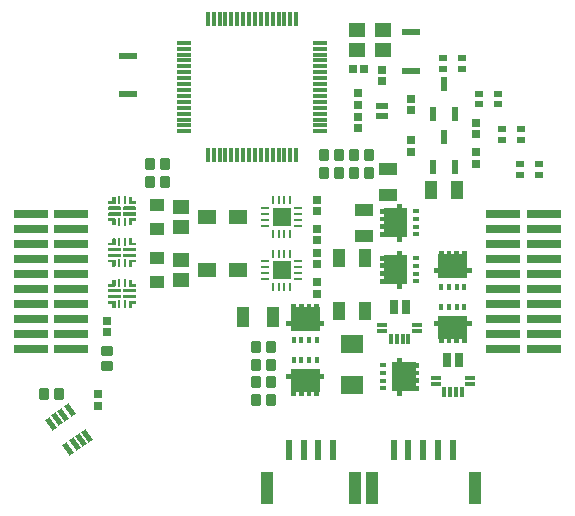
<source format=gtp>
G04*
G04 #@! TF.GenerationSoftware,Altium Limited,Altium Designer,24.4.1 (13)*
G04*
G04 Layer_Color=8421504*
%FSLAX44Y44*%
%MOMM*%
G71*
G04*
G04 #@! TF.SameCoordinates,740DF4E5-9B0E-41A3-91D6-8293D7FF8DF9*
G04*
G04*
G04 #@! TF.FilePolarity,Positive*
G04*
G01*
G75*
G04:AMPARAMS|DCode=16|XSize=1.55mm|YSize=1.55mm|CornerRadius=0.0465mm|HoleSize=0mm|Usage=FLASHONLY|Rotation=0.000|XOffset=0mm|YOffset=0mm|HoleType=Round|Shape=RoundedRectangle|*
%AMROUNDEDRECTD16*
21,1,1.5500,1.4570,0,0,0.0*
21,1,1.4570,1.5500,0,0,0.0*
1,1,0.0930,0.7285,-0.7285*
1,1,0.0930,-0.7285,-0.7285*
1,1,0.0930,-0.7285,0.7285*
1,1,0.0930,0.7285,0.7285*
%
%ADD16ROUNDEDRECTD16*%
%ADD17R,1.0000X2.7000*%
%ADD18R,0.6000X1.7000*%
G04:AMPARAMS|DCode=19|XSize=0.95mm|YSize=0.8mm|CornerRadius=0.1mm|HoleSize=0mm|Usage=FLASHONLY|Rotation=90.000|XOffset=0mm|YOffset=0mm|HoleType=Round|Shape=RoundedRectangle|*
%AMROUNDEDRECTD19*
21,1,0.9500,0.6000,0,0,90.0*
21,1,0.7500,0.8000,0,0,90.0*
1,1,0.2000,0.3000,0.3750*
1,1,0.2000,0.3000,-0.3750*
1,1,0.2000,-0.3000,-0.3750*
1,1,0.2000,-0.3000,0.3750*
%
%ADD19ROUNDEDRECTD19*%
%ADD20R,2.9200X0.7400*%
%ADD21R,0.3000X0.8500*%
%ADD22R,0.8500X0.3000*%
%ADD23R,1.1938X0.3048*%
%ADD24R,0.3048X1.1938*%
%ADD25R,0.7154X0.6725*%
%ADD26R,0.6725X0.7154*%
%ADD27R,1.1400X0.5750*%
%ADD28R,1.4000X1.2000*%
%ADD29R,0.6000X1.2000*%
%ADD30R,0.8000X0.5000*%
G04:AMPARAMS|DCode=31|XSize=0.6mm|YSize=0.25mm|CornerRadius=0.05mm|HoleSize=0mm|Usage=FLASHONLY|Rotation=270.000|XOffset=0mm|YOffset=0mm|HoleType=Round|Shape=RoundedRectangle|*
%AMROUNDEDRECTD31*
21,1,0.6000,0.1500,0,0,270.0*
21,1,0.5000,0.2500,0,0,270.0*
1,1,0.1000,-0.0750,-0.2500*
1,1,0.1000,-0.0750,0.2500*
1,1,0.1000,0.0750,0.2500*
1,1,0.1000,0.0750,-0.2500*
%
%ADD31ROUNDEDRECTD31*%
%ADD32R,1.2500X1.0000*%
%ADD33R,1.4562X1.2546*%
%ADD34R,0.3500X0.5000*%
%ADD35R,0.5000X0.3500*%
%ADD36R,1.5000X1.0000*%
%ADD37R,1.0000X1.5000*%
G04:AMPARAMS|DCode=38|XSize=1.1mm|YSize=0.45mm|CornerRadius=0mm|HoleSize=0mm|Usage=FLASHONLY|Rotation=125.000|XOffset=0mm|YOffset=0mm|HoleType=Round|Shape=Rectangle|*
%AMROTATEDRECTD38*
4,1,4,0.4998,-0.3215,0.1312,-0.5796,-0.4998,0.3215,-0.1312,0.5796,0.4998,-0.3215,0.0*
%
%ADD38ROTATEDRECTD38*%

G04:AMPARAMS|DCode=39|XSize=0.25mm|YSize=0.6mm|CornerRadius=0.05mm|HoleSize=0mm|Usage=FLASHONLY|Rotation=90.000|XOffset=0mm|YOffset=0mm|HoleType=Round|Shape=RoundedRectangle|*
%AMROUNDEDRECTD39*
21,1,0.2500,0.5000,0,0,90.0*
21,1,0.1500,0.6000,0,0,90.0*
1,1,0.1000,0.2500,0.0750*
1,1,0.1000,0.2500,-0.0750*
1,1,0.1000,-0.2500,-0.0750*
1,1,0.1000,-0.2500,0.0750*
%
%ADD39ROUNDEDRECTD39*%
G04:AMPARAMS|DCode=40|XSize=0.25mm|YSize=0.6mm|CornerRadius=0.05mm|HoleSize=0mm|Usage=FLASHONLY|Rotation=0.000|XOffset=0mm|YOffset=0mm|HoleType=Round|Shape=RoundedRectangle|*
%AMROUNDEDRECTD40*
21,1,0.2500,0.5000,0,0,0.0*
21,1,0.1500,0.6000,0,0,0.0*
1,1,0.1000,0.0750,-0.2500*
1,1,0.1000,-0.0750,-0.2500*
1,1,0.1000,-0.0750,0.2500*
1,1,0.1000,0.0750,0.2500*
%
%ADD40ROUNDEDRECTD40*%
%ADD41R,1.5000X1.2000*%
%ADD42R,1.9300X1.6500*%
G04:AMPARAMS|DCode=43|XSize=0.95mm|YSize=0.8mm|CornerRadius=0.1mm|HoleSize=0mm|Usage=FLASHONLY|Rotation=0.000|XOffset=0mm|YOffset=0mm|HoleType=Round|Shape=RoundedRectangle|*
%AMROUNDEDRECTD43*
21,1,0.9500,0.6000,0,0,0.0*
21,1,0.7500,0.8000,0,0,0.0*
1,1,0.2000,0.3750,-0.3000*
1,1,0.2000,-0.3750,-0.3000*
1,1,0.2000,-0.3750,0.3000*
1,1,0.2000,0.3750,0.3000*
%
%ADD43ROUNDEDRECTD43*%
%ADD44R,1.5000X0.5500*%
%ADD45R,1.0000X1.8000*%
%ADD46R,0.8000X1.3000*%
%ADD47R,0.8000X1.3000*%
%ADD48R,0.8000X1.3000*%
%ADD49R,0.8000X1.3000*%
G36*
X-132250Y72000D02*
X-132150Y72000D01*
X-131967Y71924D01*
X-131826Y71783D01*
X-131750Y71599D01*
X-131750Y71500D01*
X-131750Y71500D01*
Y68250D01*
X-128500Y68250D01*
X-128401D01*
X-128217Y68174D01*
X-128076Y68033D01*
X-128000Y67849D01*
Y67750D01*
X-128000D01*
X-128000Y66500D01*
X-128000Y66401D01*
X-128076Y66217D01*
X-128217Y66076D01*
X-128401Y66000D01*
X-128500Y66000D01*
X-128500D01*
X-134000Y66000D01*
X-134100Y66000D01*
X-134283Y66076D01*
X-134424Y66217D01*
X-134500Y66400D01*
X-134500Y66500D01*
X-134500Y66500D01*
Y71500D01*
X-134500Y71599D01*
X-134424Y71783D01*
X-134283Y71924D01*
X-134100Y72000D01*
X-134000Y72000D01*
Y72000D01*
X-132250Y72000D01*
D02*
G37*
G36*
X-145717Y71924D02*
X-145576Y71783D01*
X-145500Y71599D01*
X-145500Y71500D01*
X-145500Y66500D01*
X-145500Y66500D01*
X-145500Y66400D01*
X-145576Y66217D01*
X-145717Y66076D01*
X-145900Y66000D01*
X-146000Y66000D01*
X-151500D01*
X-151600Y66000D01*
X-151783Y66076D01*
X-151924Y66217D01*
X-152000Y66401D01*
X-152000Y66500D01*
Y67750D01*
X-152000Y67750D01*
Y67849D01*
X-151924Y68033D01*
X-151783Y68174D01*
X-151600Y68250D01*
X-151500D01*
X-148250Y68250D01*
Y71500D01*
X-148250Y71599D01*
X-148174Y71783D01*
X-148033Y71924D01*
X-147850Y72000D01*
X-147750Y72000D01*
X-146000Y72000D01*
X-146000Y72000D01*
X-145900Y72000D01*
X-145717Y71924D01*
D02*
G37*
G36*
X-128617Y63824D02*
X-128476Y63683D01*
X-128400Y63499D01*
Y63400D01*
Y61600D01*
Y61501D01*
X-128476Y61317D01*
X-128617Y61176D01*
X-128801Y61100D01*
X-138600D01*
X-138783Y61176D01*
X-138924Y61317D01*
X-139000Y61501D01*
Y61600D01*
Y63400D01*
Y63499D01*
X-138924Y63683D01*
X-138783Y63824D01*
X-138600Y63900D01*
X-128801D01*
X-128617Y63824D01*
D02*
G37*
G36*
X-141217D02*
X-141076Y63683D01*
X-141000Y63499D01*
Y63400D01*
Y61600D01*
Y61501D01*
X-141076Y61317D01*
X-141217Y61176D01*
X-141401Y61100D01*
X-151200D01*
X-151383Y61176D01*
X-151524Y61317D01*
X-151600Y61501D01*
Y61600D01*
Y63400D01*
Y63499D01*
X-151524Y63683D01*
X-151383Y63824D01*
X-151200Y63900D01*
X-141401D01*
X-141217Y63824D01*
D02*
G37*
G36*
X-128617Y58824D02*
X-128476Y58683D01*
X-128400Y58499D01*
Y58400D01*
Y56600D01*
Y56501D01*
X-128476Y56317D01*
X-128617Y56176D01*
X-128801Y56100D01*
X-138600D01*
X-138783Y56176D01*
X-138924Y56317D01*
X-139000Y56501D01*
Y56600D01*
Y58400D01*
Y58499D01*
X-138924Y58683D01*
X-138783Y58824D01*
X-138600Y58900D01*
X-128801D01*
X-128617Y58824D01*
D02*
G37*
G36*
X-141217D02*
X-141076Y58683D01*
X-141000Y58499D01*
Y58400D01*
Y56600D01*
Y56501D01*
X-141076Y56317D01*
X-141217Y56176D01*
X-141401Y56100D01*
X-151200D01*
X-151383Y56176D01*
X-151524Y56317D01*
X-151600Y56501D01*
Y56600D01*
Y58400D01*
Y58499D01*
X-151524Y58683D01*
X-151383Y58824D01*
X-151200Y58900D01*
X-141401D01*
X-141217Y58824D01*
D02*
G37*
G36*
X-128217Y53924D02*
X-128076Y53783D01*
X-128000Y53599D01*
X-128000Y53500D01*
X-128000Y52250D01*
X-128000D01*
Y52151D01*
X-128076Y51967D01*
X-128217Y51826D01*
X-128401Y51750D01*
X-131750D01*
Y48500D01*
X-131750D01*
X-131750Y48401D01*
X-131826Y48217D01*
X-131967Y48076D01*
X-132150Y48000D01*
X-132250Y48000D01*
X-134000Y48000D01*
X-134100Y48000D01*
X-134283Y48076D01*
X-134424Y48217D01*
X-134500Y48401D01*
X-134500Y48500D01*
Y53500D01*
X-134500D01*
X-134500Y53600D01*
X-134424Y53783D01*
X-134283Y53924D01*
X-134100Y54000D01*
X-134000Y54000D01*
X-128500Y54000D01*
X-128500Y54000D01*
X-128401Y54000D01*
X-128217Y53924D01*
D02*
G37*
G36*
X-145717Y53924D02*
X-145576Y53783D01*
X-145500Y53600D01*
X-145500Y53500D01*
X-145500D01*
X-145500Y48500D01*
X-145500Y48401D01*
X-145576Y48217D01*
X-145717Y48076D01*
X-145900Y48000D01*
X-146000Y48000D01*
X-146000D01*
X-147750Y48000D01*
X-147850Y48000D01*
X-148033Y48076D01*
X-148174Y48217D01*
X-148250Y48401D01*
X-148250Y48500D01*
Y51750D01*
X-151599D01*
X-151783Y51826D01*
X-151924Y51967D01*
X-152000Y52151D01*
Y52250D01*
X-152000Y52250D01*
Y53500D01*
X-152000Y53599D01*
X-151924Y53783D01*
X-151783Y53924D01*
X-151600Y54000D01*
X-151500Y54000D01*
Y54000D01*
X-146000Y54000D01*
X-145900Y54000D01*
X-145717Y53924D01*
D02*
G37*
G36*
X-132250Y37000D02*
X-132151Y37000D01*
X-131967Y36924D01*
X-131826Y36783D01*
X-131750Y36599D01*
X-131750Y36500D01*
X-131750Y36500D01*
Y33250D01*
X-128500Y33250D01*
X-128401D01*
X-128217Y33174D01*
X-128076Y33033D01*
X-128000Y32849D01*
Y32750D01*
X-128000D01*
X-128000Y31500D01*
X-128000Y31400D01*
X-128076Y31217D01*
X-128217Y31076D01*
X-128401Y31000D01*
X-128500Y31000D01*
X-128500D01*
X-134000Y31000D01*
X-134100Y31000D01*
X-134283Y31076D01*
X-134424Y31217D01*
X-134500Y31400D01*
X-134500Y31500D01*
X-134500Y31500D01*
Y36500D01*
X-134500Y36599D01*
X-134424Y36783D01*
X-134283Y36924D01*
X-134100Y37000D01*
X-134000Y37000D01*
Y37000D01*
X-132250Y37000D01*
D02*
G37*
G36*
X-145717Y36924D02*
X-145576Y36783D01*
X-145500Y36599D01*
X-145500Y36500D01*
X-145500Y31500D01*
X-145500Y31500D01*
X-145500Y31400D01*
X-145576Y31217D01*
X-145717Y31076D01*
X-145901Y31000D01*
X-146000Y31000D01*
X-151500D01*
X-151600Y31000D01*
X-151783Y31076D01*
X-151924Y31217D01*
X-152000Y31400D01*
X-152000Y31500D01*
Y32750D01*
X-152000Y32750D01*
Y32849D01*
X-151924Y33033D01*
X-151783Y33174D01*
X-151600Y33250D01*
X-151500D01*
X-148250Y33250D01*
Y36500D01*
X-148250Y36599D01*
X-148174Y36783D01*
X-148033Y36924D01*
X-147850Y37000D01*
X-147750Y37000D01*
X-146000Y37000D01*
X-146000Y37000D01*
X-145901Y37000D01*
X-145717Y36924D01*
D02*
G37*
G36*
X97250Y62250D02*
X101400D01*
Y37750D01*
X97250D01*
Y33950D01*
X92950D01*
Y37750D01*
X81600D01*
Y38250D01*
X78600D01*
Y42250D01*
X81600D01*
Y44750D01*
X78600D01*
Y48750D01*
X81600D01*
Y51250D01*
X78600D01*
Y55250D01*
X81600D01*
Y57750D01*
X78600D01*
Y61750D01*
X81600D01*
Y62250D01*
X92950D01*
Y66050D01*
X97250D01*
Y62250D01*
D02*
G37*
G36*
X-128617Y28824D02*
X-128476Y28683D01*
X-128400Y28499D01*
Y28400D01*
Y26600D01*
Y26500D01*
X-128476Y26317D01*
X-128617Y26176D01*
X-128801Y26100D01*
X-138600D01*
X-138783Y26176D01*
X-138924Y26317D01*
X-139000Y26500D01*
Y26600D01*
Y28400D01*
Y28499D01*
X-138924Y28683D01*
X-138783Y28824D01*
X-138600Y28900D01*
X-128801D01*
X-128617Y28824D01*
D02*
G37*
G36*
X-141217D02*
X-141076Y28683D01*
X-141000Y28499D01*
Y28400D01*
Y26600D01*
Y26500D01*
X-141076Y26317D01*
X-141217Y26176D01*
X-141401Y26100D01*
X-151200D01*
X-151383Y26176D01*
X-151524Y26317D01*
X-151600Y26500D01*
Y26600D01*
Y28400D01*
Y28499D01*
X-151524Y28683D01*
X-151383Y28824D01*
X-151200Y28900D01*
X-141401D01*
X-141217Y28824D01*
D02*
G37*
G36*
X151750Y23400D02*
X152250D01*
Y12050D01*
X156050D01*
Y7750D01*
X152250D01*
Y3600D01*
X127750D01*
Y7750D01*
X123950D01*
Y12050D01*
X127750D01*
Y23400D01*
X128250D01*
Y26400D01*
X132250D01*
Y23400D01*
X134750D01*
Y26400D01*
X138750D01*
Y23400D01*
X141250D01*
Y26400D01*
X145250D01*
Y23400D01*
X147750D01*
Y26400D01*
X151750D01*
Y23400D01*
D02*
G37*
G36*
X-128617Y23824D02*
X-128476Y23683D01*
X-128400Y23499D01*
Y23400D01*
Y21600D01*
Y21500D01*
X-128476Y21317D01*
X-128617Y21176D01*
X-128801Y21100D01*
X-138600D01*
X-138783Y21176D01*
X-138924Y21317D01*
X-139000Y21500D01*
Y21600D01*
Y23400D01*
Y23499D01*
X-138924Y23683D01*
X-138783Y23824D01*
X-138600Y23900D01*
X-128801D01*
X-128617Y23824D01*
D02*
G37*
G36*
X-141217D02*
X-141076Y23683D01*
X-141000Y23499D01*
Y23400D01*
Y21600D01*
Y21500D01*
X-141076Y21317D01*
X-141217Y21176D01*
X-141401Y21100D01*
X-151200D01*
X-151383Y21176D01*
X-151524Y21317D01*
X-151600Y21500D01*
Y21600D01*
Y23400D01*
Y23499D01*
X-151524Y23683D01*
X-151383Y23824D01*
X-151200Y23900D01*
X-141401D01*
X-141217Y23824D01*
D02*
G37*
G36*
X-128217Y18924D02*
X-128076Y18783D01*
X-128000Y18599D01*
X-128000Y18500D01*
X-128000Y17250D01*
X-128000D01*
Y17150D01*
X-128076Y16967D01*
X-128217Y16826D01*
X-128401Y16750D01*
X-131750D01*
Y13500D01*
X-131750D01*
X-131750Y13400D01*
X-131826Y13217D01*
X-131967Y13076D01*
X-132151Y13000D01*
X-132250Y13000D01*
X-134000Y13000D01*
X-134100Y13000D01*
X-134283Y13076D01*
X-134424Y13217D01*
X-134500Y13400D01*
X-134500Y13500D01*
Y18500D01*
X-134500D01*
X-134500Y18599D01*
X-134424Y18783D01*
X-134283Y18924D01*
X-134100Y19000D01*
X-134000Y19000D01*
X-128500Y19000D01*
X-128500Y19000D01*
X-128401Y19000D01*
X-128217Y18924D01*
D02*
G37*
G36*
X-145717Y18924D02*
X-145576Y18783D01*
X-145500Y18599D01*
X-145500Y18500D01*
X-145500D01*
X-145500Y13500D01*
X-145500Y13400D01*
X-145576Y13217D01*
X-145717Y13076D01*
X-145901Y13000D01*
X-146000Y13000D01*
X-146000D01*
X-147750Y13000D01*
X-147850Y13000D01*
X-148033Y13076D01*
X-148174Y13217D01*
X-148250Y13400D01*
X-148250Y13500D01*
Y16750D01*
X-151600D01*
X-151783Y16826D01*
X-151924Y16967D01*
X-152000Y17150D01*
Y17250D01*
X-152000Y17250D01*
Y18500D01*
X-152000Y18599D01*
X-151924Y18783D01*
X-151783Y18924D01*
X-151600Y19000D01*
X-151500Y19000D01*
Y19000D01*
X-146000Y19000D01*
X-145901Y19000D01*
X-145717Y18924D01*
D02*
G37*
G36*
X-132250Y2000D02*
X-132150Y2000D01*
X-131967Y1924D01*
X-131826Y1783D01*
X-131750Y1599D01*
X-131750Y1500D01*
X-131750Y1500D01*
Y-1750D01*
X-128500Y-1750D01*
X-128401D01*
X-128217Y-1826D01*
X-128076Y-1967D01*
X-128000Y-2151D01*
Y-2250D01*
X-128000D01*
X-128000Y-3500D01*
X-128000Y-3600D01*
X-128076Y-3783D01*
X-128217Y-3924D01*
X-128401Y-4000D01*
X-128500Y-4000D01*
X-128500D01*
X-134000Y-4000D01*
X-134100Y-4000D01*
X-134283Y-3924D01*
X-134424Y-3783D01*
X-134500Y-3600D01*
X-134500Y-3500D01*
X-134500Y-3500D01*
Y1500D01*
X-134500Y1599D01*
X-134424Y1783D01*
X-134283Y1924D01*
X-134100Y2000D01*
X-134000Y2000D01*
Y2000D01*
X-132250Y2000D01*
D02*
G37*
G36*
X-145717Y1924D02*
X-145576Y1783D01*
X-145500Y1599D01*
X-145500Y1500D01*
X-145500Y-3500D01*
X-145500Y-3500D01*
X-145500Y-3600D01*
X-145576Y-3783D01*
X-145717Y-3924D01*
X-145900Y-4000D01*
X-146000Y-4000D01*
X-151500D01*
X-151600Y-4000D01*
X-151783Y-3924D01*
X-151924Y-3783D01*
X-152000Y-3600D01*
X-152000Y-3500D01*
Y-2250D01*
X-152000Y-2250D01*
Y-2151D01*
X-151924Y-1967D01*
X-151783Y-1826D01*
X-151600Y-1750D01*
X-151500D01*
X-148250Y-1750D01*
Y1500D01*
X-148250Y1599D01*
X-148174Y1783D01*
X-148033Y1924D01*
X-147850Y2000D01*
X-147750Y2000D01*
X-146000Y2000D01*
X-146000Y2000D01*
X-145900Y2000D01*
X-145717Y1924D01*
D02*
G37*
G36*
X97150Y22625D02*
X101300D01*
Y-1875D01*
X97150D01*
Y-5675D01*
X92850D01*
Y-1875D01*
X81500D01*
Y-1375D01*
X78500D01*
Y2625D01*
X81500D01*
Y5125D01*
X78500D01*
Y9125D01*
X81500D01*
Y11625D01*
X78500D01*
Y15625D01*
X81500D01*
Y18125D01*
X78500D01*
Y22125D01*
X81500D01*
Y22625D01*
X92850D01*
Y26425D01*
X97150D01*
Y22625D01*
D02*
G37*
G36*
X-128617Y-6176D02*
X-128476Y-6317D01*
X-128400Y-6501D01*
Y-6600D01*
Y-8400D01*
Y-8500D01*
X-128476Y-8683D01*
X-128617Y-8824D01*
X-128801Y-8900D01*
X-138600D01*
X-138783Y-8824D01*
X-138924Y-8683D01*
X-139000Y-8500D01*
Y-8400D01*
Y-6600D01*
Y-6501D01*
X-138924Y-6317D01*
X-138783Y-6176D01*
X-138600Y-6100D01*
X-128801D01*
X-128617Y-6176D01*
D02*
G37*
G36*
X-141217D02*
X-141076Y-6317D01*
X-141000Y-6501D01*
Y-6600D01*
Y-8400D01*
Y-8500D01*
X-141076Y-8683D01*
X-141217Y-8824D01*
X-141401Y-8900D01*
X-151200D01*
X-151383Y-8824D01*
X-151524Y-8683D01*
X-151600Y-8500D01*
Y-8400D01*
Y-6600D01*
Y-6501D01*
X-151524Y-6317D01*
X-151383Y-6176D01*
X-151200Y-6100D01*
X-141401D01*
X-141217Y-6176D01*
D02*
G37*
G36*
X-128617Y-11176D02*
X-128476Y-11317D01*
X-128400Y-11501D01*
Y-11600D01*
Y-13400D01*
Y-13499D01*
X-128476Y-13683D01*
X-128617Y-13824D01*
X-128801Y-13900D01*
X-138600D01*
X-138783Y-13824D01*
X-138924Y-13683D01*
X-139000Y-13499D01*
Y-13400D01*
Y-11600D01*
Y-11501D01*
X-138924Y-11317D01*
X-138783Y-11176D01*
X-138600Y-11100D01*
X-128801D01*
X-128617Y-11176D01*
D02*
G37*
G36*
X-141217D02*
X-141076Y-11317D01*
X-141000Y-11501D01*
Y-11600D01*
Y-13400D01*
Y-13499D01*
X-141076Y-13683D01*
X-141217Y-13824D01*
X-141401Y-13900D01*
X-151200D01*
X-151383Y-13824D01*
X-151524Y-13683D01*
X-151600Y-13499D01*
Y-13400D01*
Y-11600D01*
Y-11501D01*
X-151524Y-11317D01*
X-151383Y-11176D01*
X-151200Y-11100D01*
X-141401D01*
X-141217Y-11176D01*
D02*
G37*
G36*
X-128217Y-16076D02*
X-128076Y-16217D01*
X-128000Y-16401D01*
X-128000Y-16500D01*
X-128000Y-17750D01*
X-128000D01*
Y-17850D01*
X-128076Y-18033D01*
X-128217Y-18174D01*
X-128401Y-18250D01*
X-131750D01*
Y-21500D01*
X-131750D01*
X-131750Y-21600D01*
X-131826Y-21783D01*
X-131967Y-21924D01*
X-132150Y-22000D01*
X-132250Y-22000D01*
X-134000Y-22000D01*
X-134100Y-22000D01*
X-134283Y-21924D01*
X-134424Y-21783D01*
X-134500Y-21600D01*
X-134500Y-21500D01*
Y-16500D01*
X-134500D01*
X-134500Y-16401D01*
X-134424Y-16217D01*
X-134283Y-16076D01*
X-134100Y-16000D01*
X-134000Y-16000D01*
X-128500Y-16000D01*
X-128500Y-16000D01*
X-128401Y-16000D01*
X-128217Y-16076D01*
D02*
G37*
G36*
X-145717Y-16076D02*
X-145576Y-16217D01*
X-145500Y-16401D01*
X-145500Y-16500D01*
X-145500D01*
X-145500Y-21500D01*
X-145500Y-21600D01*
X-145576Y-21783D01*
X-145717Y-21924D01*
X-145900Y-22000D01*
X-146000Y-22000D01*
X-146000D01*
X-147750Y-22000D01*
X-147850Y-22000D01*
X-148033Y-21924D01*
X-148174Y-21783D01*
X-148250Y-21600D01*
X-148250Y-21500D01*
Y-18250D01*
X-151599D01*
X-151783Y-18174D01*
X-151924Y-18033D01*
X-152000Y-17850D01*
Y-17750D01*
X-152000Y-17750D01*
Y-16500D01*
X-152000Y-16401D01*
X-151924Y-16217D01*
X-151783Y-16076D01*
X-151600Y-16000D01*
X-151500Y-16000D01*
Y-16000D01*
X-146000Y-16000D01*
X-145900Y-16000D01*
X-145717Y-16076D01*
D02*
G37*
G36*
X26750Y-21600D02*
X27250D01*
Y-32950D01*
X31050D01*
Y-37250D01*
X27250D01*
Y-41400D01*
X2750D01*
Y-37250D01*
X-1050D01*
Y-32950D01*
X2750D01*
Y-21600D01*
X3250D01*
Y-18600D01*
X7250D01*
Y-21600D01*
X9750D01*
Y-18600D01*
X13750D01*
Y-21600D01*
X16250D01*
Y-18600D01*
X20250D01*
Y-21600D01*
X22750D01*
Y-18600D01*
X26750D01*
Y-21600D01*
D02*
G37*
G36*
X152250Y-32750D02*
X156050D01*
Y-37050D01*
X152250D01*
Y-48400D01*
X151750D01*
Y-51400D01*
X147750D01*
Y-48400D01*
X145250D01*
Y-51400D01*
X141250D01*
Y-48400D01*
X138750D01*
Y-51400D01*
X134750D01*
Y-48400D01*
X132250D01*
Y-51400D01*
X128250D01*
Y-48400D01*
X127750D01*
Y-37050D01*
X123950D01*
Y-32750D01*
X127750D01*
Y-28600D01*
X152250D01*
Y-32750D01*
D02*
G37*
G36*
X27250Y-77750D02*
X31050D01*
Y-82050D01*
X27250D01*
Y-93400D01*
X26750D01*
Y-96400D01*
X22750D01*
Y-93400D01*
X20250D01*
Y-96400D01*
X16250D01*
Y-93400D01*
X13750D01*
Y-96400D01*
X9750D01*
Y-93400D01*
X7250D01*
Y-96400D01*
X3250D01*
Y-93400D01*
X2750D01*
Y-82050D01*
X-1050D01*
Y-77750D01*
X2750D01*
Y-73600D01*
X27250D01*
Y-77750D01*
D02*
G37*
G36*
X97150Y-68125D02*
X108500D01*
Y-68625D01*
X111500D01*
Y-72625D01*
X108500D01*
Y-75125D01*
X111500D01*
Y-79125D01*
X108500D01*
Y-81625D01*
X111500D01*
Y-85625D01*
X108500D01*
Y-88125D01*
X111500D01*
Y-92125D01*
X108500D01*
Y-92625D01*
X97150D01*
Y-96425D01*
X92850D01*
Y-92625D01*
X88700D01*
Y-68125D01*
X92850D01*
Y-64325D01*
X97150D01*
Y-68125D01*
D02*
G37*
D16*
X-5000Y55000D02*
D03*
Y10000D02*
D03*
D17*
X71500Y-174250D02*
D03*
X158500D02*
D03*
X-17250D02*
D03*
X57250D02*
D03*
D18*
X140000Y-142250D02*
D03*
X127500D02*
D03*
X115000D02*
D03*
X102500D02*
D03*
X90000D02*
D03*
X1250D02*
D03*
X13750D02*
D03*
X26250D02*
D03*
X38750D02*
D03*
D19*
X-26500Y-100000D02*
D03*
X-13500D02*
D03*
X-116500Y100000D02*
D03*
X-103500D02*
D03*
Y85000D02*
D03*
X-116500D02*
D03*
X-193500Y-95000D02*
D03*
X-206500D02*
D03*
X-13500Y-55000D02*
D03*
X-26500D02*
D03*
X-13500Y-70000D02*
D03*
X-26500D02*
D03*
X-26500Y-85000D02*
D03*
X-13500D02*
D03*
X69000Y107500D02*
D03*
X56000D02*
D03*
X44000D02*
D03*
X31000D02*
D03*
X69000Y92500D02*
D03*
X56000D02*
D03*
X44000D02*
D03*
X31000D02*
D03*
D20*
X217150Y-57150D02*
D03*
X182850D02*
D03*
X217150Y-44450D02*
D03*
X182850D02*
D03*
X217150Y-31750D02*
D03*
X182850D02*
D03*
X217150Y-19050D02*
D03*
X182850D02*
D03*
X217150Y-6350D02*
D03*
X182850D02*
D03*
X217150Y6350D02*
D03*
X182850D02*
D03*
X217150Y19050D02*
D03*
X182850D02*
D03*
X217150Y31750D02*
D03*
X182850D02*
D03*
X217150Y44450D02*
D03*
X182850D02*
D03*
X217150Y57150D02*
D03*
X182850D02*
D03*
X-182850Y-57150D02*
D03*
X-217150D02*
D03*
X-182850Y-44450D02*
D03*
X-217150D02*
D03*
X-182850Y-31750D02*
D03*
X-217150D02*
D03*
X-182850Y-19050D02*
D03*
X-217150D02*
D03*
X-182850Y-6350D02*
D03*
X-217150D02*
D03*
X-182850Y6350D02*
D03*
X-217150D02*
D03*
X-182850Y19050D02*
D03*
X-217150D02*
D03*
X-182850Y31750D02*
D03*
X-217150D02*
D03*
X-182850Y44450D02*
D03*
X-217150D02*
D03*
X-182850Y57150D02*
D03*
X-217150D02*
D03*
D21*
X87500Y-48480D02*
D03*
X92500D02*
D03*
X97500D02*
D03*
X102500D02*
D03*
X147500Y-93480D02*
D03*
X142500D02*
D03*
X137500D02*
D03*
X132500D02*
D03*
D22*
X109500Y-41480D02*
D03*
Y-36480D02*
D03*
X80500Y-41480D02*
D03*
Y-36480D02*
D03*
X125500Y-81480D02*
D03*
Y-86480D02*
D03*
X154500Y-81480D02*
D03*
Y-86480D02*
D03*
D23*
X27500Y127500D02*
D03*
Y132500D02*
D03*
Y137500D02*
D03*
Y142500D02*
D03*
Y147500D02*
D03*
Y152500D02*
D03*
Y157500D02*
D03*
Y162500D02*
D03*
Y167500D02*
D03*
Y172500D02*
D03*
Y177500D02*
D03*
Y182500D02*
D03*
Y187500D02*
D03*
Y192500D02*
D03*
Y197500D02*
D03*
Y202500D02*
D03*
X-87500D02*
D03*
Y197500D02*
D03*
Y192500D02*
D03*
Y187500D02*
D03*
Y182500D02*
D03*
Y177500D02*
D03*
Y172500D02*
D03*
Y167500D02*
D03*
Y162500D02*
D03*
Y157500D02*
D03*
Y152500D02*
D03*
Y147500D02*
D03*
Y142500D02*
D03*
Y137500D02*
D03*
Y132500D02*
D03*
Y127500D02*
D03*
D24*
X7500Y222500D02*
D03*
X2500D02*
D03*
X-2500D02*
D03*
X-7500D02*
D03*
X-12500D02*
D03*
X-17500D02*
D03*
X-22500D02*
D03*
X-27500D02*
D03*
X-32500D02*
D03*
X-37500D02*
D03*
X-42500D02*
D03*
X-47500D02*
D03*
X-52500D02*
D03*
X-57500D02*
D03*
X-62500D02*
D03*
X-67500D02*
D03*
Y107500D02*
D03*
X-62500D02*
D03*
X-57500D02*
D03*
X-52500D02*
D03*
X-47500D02*
D03*
X-42500D02*
D03*
X-37500D02*
D03*
X-32500D02*
D03*
X-27500D02*
D03*
X-22500D02*
D03*
X-17500D02*
D03*
X-12500D02*
D03*
X-7500D02*
D03*
X-2500D02*
D03*
X2500D02*
D03*
X7500D02*
D03*
D25*
X65000Y180000D02*
D03*
X55429D02*
D03*
D26*
X60000Y150214D02*
D03*
Y159786D02*
D03*
X80000Y179786D02*
D03*
Y170214D02*
D03*
X60000Y130214D02*
D03*
Y139786D02*
D03*
X105000Y145214D02*
D03*
Y154786D02*
D03*
X-152500Y-42286D02*
D03*
Y-32714D02*
D03*
X160000Y125214D02*
D03*
Y134786D02*
D03*
Y109786D02*
D03*
Y100214D02*
D03*
X-160000Y-104786D02*
D03*
Y-95214D02*
D03*
X25000Y35214D02*
D03*
Y44786D02*
D03*
Y60214D02*
D03*
Y69786D02*
D03*
Y-9786D02*
D03*
Y-214D02*
D03*
Y15214D02*
D03*
Y24786D02*
D03*
X105000Y119786D02*
D03*
Y110214D02*
D03*
D27*
X80000Y140875D02*
D03*
Y149125D02*
D03*
D28*
X59000Y196500D02*
D03*
X81000D02*
D03*
Y213500D02*
D03*
X59000D02*
D03*
D29*
X123500Y142000D02*
D03*
X141500D02*
D03*
X132500Y168000D02*
D03*
Y123000D02*
D03*
X141500Y97000D02*
D03*
X123500D02*
D03*
D30*
X182000Y129500D02*
D03*
X198000D02*
D03*
X182000Y120500D02*
D03*
X198000D02*
D03*
X197000Y99500D02*
D03*
X213000D02*
D03*
X197000Y90500D02*
D03*
X213000D02*
D03*
X132000Y189500D02*
D03*
X148000D02*
D03*
X132000Y180500D02*
D03*
X148000D02*
D03*
X162000Y159500D02*
D03*
X178000D02*
D03*
X162000Y150500D02*
D03*
X178000D02*
D03*
D31*
X-137750Y-19000D02*
D03*
X-142250D02*
D03*
Y-1000D02*
D03*
X-137750D02*
D03*
X-137750Y34000D02*
D03*
X-142250D02*
D03*
Y16000D02*
D03*
X-137750D02*
D03*
X-137750Y69000D02*
D03*
X-142250D02*
D03*
Y51000D02*
D03*
X-137750D02*
D03*
D32*
X-110000Y20000D02*
D03*
Y0D02*
D03*
Y65000D02*
D03*
Y45000D02*
D03*
D33*
X-90000Y18258D02*
D03*
Y1742D02*
D03*
Y63258D02*
D03*
Y46742D02*
D03*
D34*
X130250Y-20900D02*
D03*
X136750D02*
D03*
X143250D02*
D03*
X149750D02*
D03*
X130250Y-4100D02*
D03*
X136750D02*
D03*
X143250D02*
D03*
X149750D02*
D03*
X5250Y-65900D02*
D03*
X11750D02*
D03*
X18250D02*
D03*
X24750D02*
D03*
X24750Y-49100D02*
D03*
X18250D02*
D03*
X11750D02*
D03*
X5250D02*
D03*
D35*
X109000Y20125D02*
D03*
Y13625D02*
D03*
Y7125D02*
D03*
Y625D02*
D03*
X109100Y40250D02*
D03*
Y46750D02*
D03*
Y53250D02*
D03*
Y59750D02*
D03*
X81000Y-90125D02*
D03*
Y-83625D02*
D03*
Y-77125D02*
D03*
Y-70625D02*
D03*
D36*
X85000Y96000D02*
D03*
Y74000D02*
D03*
X65000Y61000D02*
D03*
Y39000D02*
D03*
D37*
X44000Y20000D02*
D03*
X66000D02*
D03*
X44000Y-25000D02*
D03*
X66000D02*
D03*
X121500Y77500D02*
D03*
X143500D02*
D03*
D38*
X-185530Y-141241D02*
D03*
X-180206Y-137513D02*
D03*
X-174881Y-133785D02*
D03*
X-169557Y-130057D02*
D03*
X-184470Y-108759D02*
D03*
X-189794Y-112487D02*
D03*
X-195119Y-116215D02*
D03*
X-200443Y-119943D02*
D03*
D39*
X-19000Y62500D02*
D03*
Y57500D02*
D03*
Y52500D02*
D03*
Y47500D02*
D03*
X9000D02*
D03*
Y52500D02*
D03*
Y57500D02*
D03*
Y62500D02*
D03*
X-19000Y17500D02*
D03*
Y12500D02*
D03*
Y7500D02*
D03*
Y2500D02*
D03*
X9000D02*
D03*
Y7500D02*
D03*
Y12500D02*
D03*
Y17500D02*
D03*
D40*
X-12500Y41000D02*
D03*
X-7500D02*
D03*
X-2500D02*
D03*
X2500D02*
D03*
Y69000D02*
D03*
X-2500D02*
D03*
X-7500D02*
D03*
X-12500D02*
D03*
Y-4000D02*
D03*
X-7500D02*
D03*
X-2500D02*
D03*
X2500D02*
D03*
Y24000D02*
D03*
X-2500D02*
D03*
X-7500D02*
D03*
X-12500D02*
D03*
D41*
X-41500Y55000D02*
D03*
X-68500D02*
D03*
X-41500Y10000D02*
D03*
X-68500D02*
D03*
D42*
X55000Y-87250D02*
D03*
Y-52750D02*
D03*
D43*
X-152500Y-71500D02*
D03*
Y-58500D02*
D03*
D44*
X-135000Y191250D02*
D03*
Y158750D02*
D03*
X105000Y211250D02*
D03*
Y178750D02*
D03*
D45*
X-12500Y-30000D02*
D03*
X-37500D02*
D03*
D46*
X90000Y-21480D02*
D03*
D47*
X100000D02*
D03*
D48*
X145000Y-66480D02*
D03*
D49*
X135000D02*
D03*
M02*

</source>
